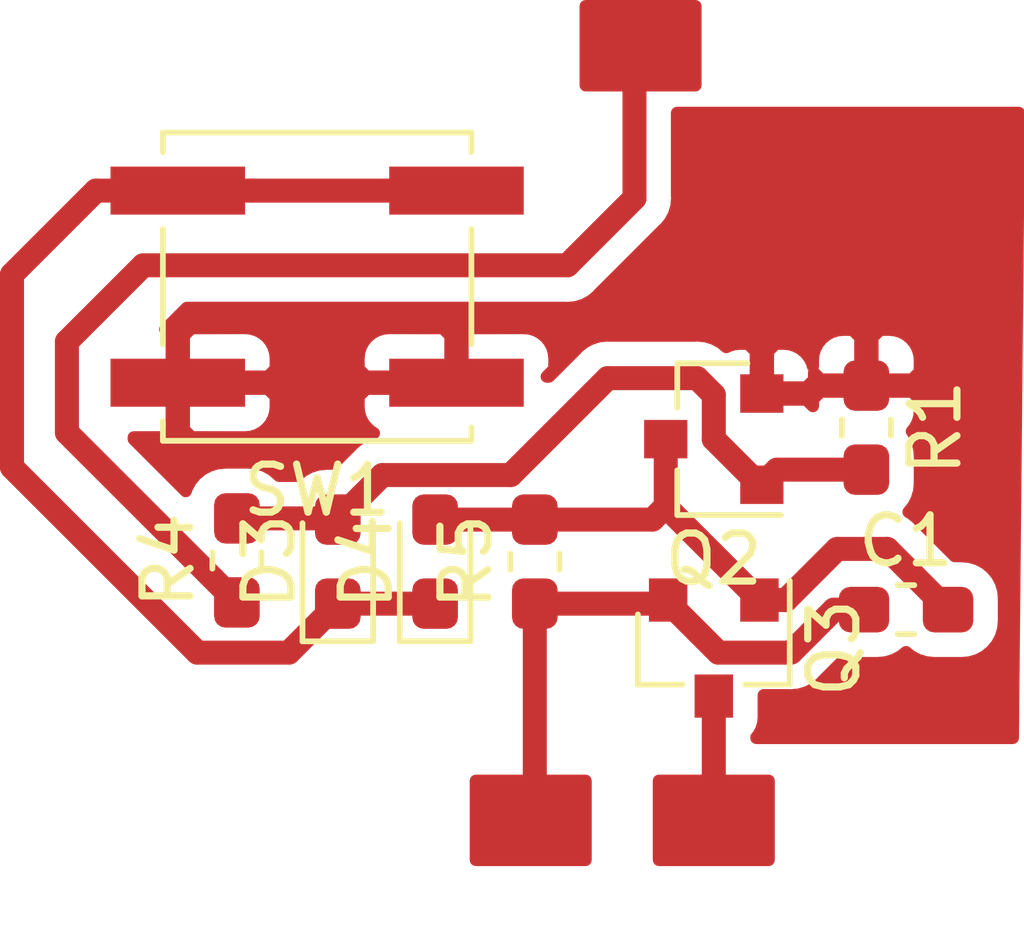
<source format=kicad_pcb>
(kicad_pcb (version 20171130) (host pcbnew "(5.1.2)-1")

  (general
    (thickness 1.6)
    (drawings 0)
    (tracks 53)
    (zones 0)
    (modules 9)
    (nets 8)
  )

  (page A4)
  (layers
    (0 F.Cu signal)
    (31 B.Cu signal)
    (32 B.Adhes user)
    (33 F.Adhes user)
    (34 B.Paste user)
    (35 F.Paste user)
    (36 B.SilkS user)
    (37 F.SilkS user)
    (38 B.Mask user)
    (39 F.Mask user)
    (40 Dwgs.User user)
    (41 Cmts.User user)
    (42 Eco1.User user)
    (43 Eco2.User user)
    (44 Edge.Cuts user)
    (45 Margin user)
    (46 B.CrtYd user)
    (47 F.CrtYd user)
    (48 B.Fab user)
    (49 F.Fab user)
  )

  (setup
    (last_trace_width 0.5)
    (user_trace_width 0.1524)
    (user_trace_width 0.2)
    (user_trace_width 0.5)
    (trace_clearance 0.1524)
    (zone_clearance 0.508)
    (zone_45_only no)
    (trace_min 0.1524)
    (via_size 0.8)
    (via_drill 0.4)
    (via_min_size 0.4)
    (via_min_drill 0.3)
    (uvia_size 0.3)
    (uvia_drill 0.1)
    (uvias_allowed no)
    (uvia_min_size 0.2)
    (uvia_min_drill 0.1)
    (edge_width 0.05)
    (segment_width 0.2)
    (pcb_text_width 0.3)
    (pcb_text_size 1.5 1.5)
    (mod_edge_width 0.12)
    (mod_text_size 1 1)
    (mod_text_width 0.15)
    (pad_size 1.524 1.524)
    (pad_drill 0.762)
    (pad_to_mask_clearance 0.051)
    (solder_mask_min_width 0.25)
    (aux_axis_origin 0 0)
    (visible_elements 7FFFFFFF)
    (pcbplotparams
      (layerselection 0x010fc_ffffffff)
      (usegerberextensions false)
      (usegerberattributes false)
      (usegerberadvancedattributes false)
      (creategerberjobfile false)
      (excludeedgelayer true)
      (linewidth 0.100000)
      (plotframeref false)
      (viasonmask false)
      (mode 1)
      (useauxorigin false)
      (hpglpennumber 1)
      (hpglpenspeed 20)
      (hpglpendiameter 15.000000)
      (psnegative false)
      (psa4output false)
      (plotreference true)
      (plotvalue true)
      (plotinvisibletext false)
      (padsonsilk false)
      (subtractmaskfromsilk false)
      (outputformat 1)
      (mirror false)
      (drillshape 1)
      (scaleselection 1)
      (outputdirectory ""))
  )

  (net 0 "")
  (net 1 GND)
  (net 2 VIN)
  (net 3 "Net-(C1-Pad2)")
  (net 4 "Net-(D3-Pad2)")
  (net 5 PWR_EN)
  (net 6 "Net-(D3-Pad1)")
  (net 7 BTN)

  (net_class Default "This is the default net class."
    (clearance 0.1524)
    (trace_width 0.1524)
    (via_dia 0.8)
    (via_drill 0.4)
    (uvia_dia 0.3)
    (uvia_drill 0.1)
    (add_net BTN)
    (add_net GND)
    (add_net "Net-(C1-Pad2)")
    (add_net "Net-(D3-Pad1)")
    (add_net "Net-(D3-Pad2)")
    (add_net "Net-(D5-Pad2)")
    (add_net PWR_EN)
    (add_net VIN)
  )

  (module Package_TO_SOT_SMD:SOT-23 (layer F.Cu) (tedit 5A02FF57) (tstamp 5D564A7F)
    (at 127 125 270)
    (descr "SOT-23, Standard")
    (tags SOT-23)
    (path /5D61FEAB)
    (attr smd)
    (fp_text reference Q3 (at 0 -2.5 90) (layer F.SilkS)
      (effects (font (size 1 1) (thickness 0.15)))
    )
    (fp_text value DMG2305UX-13 (at 0 2.5 90) (layer F.Fab)
      (effects (font (size 1 1) (thickness 0.15)))
    )
    (fp_line (start 0.76 1.58) (end -0.7 1.58) (layer F.SilkS) (width 0.12))
    (fp_line (start 0.76 -1.58) (end -1.4 -1.58) (layer F.SilkS) (width 0.12))
    (fp_line (start -1.7 1.75) (end -1.7 -1.75) (layer F.CrtYd) (width 0.05))
    (fp_line (start 1.7 1.75) (end -1.7 1.75) (layer F.CrtYd) (width 0.05))
    (fp_line (start 1.7 -1.75) (end 1.7 1.75) (layer F.CrtYd) (width 0.05))
    (fp_line (start -1.7 -1.75) (end 1.7 -1.75) (layer F.CrtYd) (width 0.05))
    (fp_line (start 0.76 -1.58) (end 0.76 -0.65) (layer F.SilkS) (width 0.12))
    (fp_line (start 0.76 1.58) (end 0.76 0.65) (layer F.SilkS) (width 0.12))
    (fp_line (start -0.7 1.52) (end 0.7 1.52) (layer F.Fab) (width 0.1))
    (fp_line (start 0.7 -1.52) (end 0.7 1.52) (layer F.Fab) (width 0.1))
    (fp_line (start -0.7 -0.95) (end -0.15 -1.52) (layer F.Fab) (width 0.1))
    (fp_line (start -0.15 -1.52) (end 0.7 -1.52) (layer F.Fab) (width 0.1))
    (fp_line (start -0.7 -0.95) (end -0.7 1.5) (layer F.Fab) (width 0.1))
    (fp_text user %R (at 0 0) (layer F.Fab)
      (effects (font (size 0.5 0.5) (thickness 0.075)))
    )
    (pad 3 smd rect (at 1 0 270) (size 0.9 0.8) (layers F.Cu F.Paste F.Mask)
      (net 5 PWR_EN))
    (pad 2 smd rect (at -1 0.95 270) (size 0.9 0.8) (layers F.Cu F.Paste F.Mask)
      (net 2 VIN))
    (pad 1 smd rect (at -1 -0.95 270) (size 0.9 0.8) (layers F.Cu F.Paste F.Mask)
      (net 3 "Net-(C1-Pad2)"))
    (model ${KISYS3DMOD}/Package_TO_SOT_SMD.3dshapes/SOT-23.wrl
      (at (xyz 0 0 0))
      (scale (xyz 1 1 1))
      (rotate (xyz 0 0 0))
    )
  )

  (module Package_TO_SOT_SMD:SOT-23 (layer F.Cu) (tedit 5A02FF57) (tstamp 5D5643C6)
    (at 127 120.65 180)
    (descr "SOT-23, Standard")
    (tags SOT-23)
    (path /5D622AAF)
    (attr smd)
    (fp_text reference Q2 (at 0 -2.5) (layer F.SilkS)
      (effects (font (size 1 1) (thickness 0.15)))
    )
    (fp_text value DMG2302U (at 0 2.5) (layer F.Fab)
      (effects (font (size 1 1) (thickness 0.15)))
    )
    (fp_line (start 0.76 1.58) (end -0.7 1.58) (layer F.SilkS) (width 0.12))
    (fp_line (start 0.76 -1.58) (end -1.4 -1.58) (layer F.SilkS) (width 0.12))
    (fp_line (start -1.7 1.75) (end -1.7 -1.75) (layer F.CrtYd) (width 0.05))
    (fp_line (start 1.7 1.75) (end -1.7 1.75) (layer F.CrtYd) (width 0.05))
    (fp_line (start 1.7 -1.75) (end 1.7 1.75) (layer F.CrtYd) (width 0.05))
    (fp_line (start -1.7 -1.75) (end 1.7 -1.75) (layer F.CrtYd) (width 0.05))
    (fp_line (start 0.76 -1.58) (end 0.76 -0.65) (layer F.SilkS) (width 0.12))
    (fp_line (start 0.76 1.58) (end 0.76 0.65) (layer F.SilkS) (width 0.12))
    (fp_line (start -0.7 1.52) (end 0.7 1.52) (layer F.Fab) (width 0.1))
    (fp_line (start 0.7 -1.52) (end 0.7 1.52) (layer F.Fab) (width 0.1))
    (fp_line (start -0.7 -0.95) (end -0.15 -1.52) (layer F.Fab) (width 0.1))
    (fp_line (start -0.15 -1.52) (end 0.7 -1.52) (layer F.Fab) (width 0.1))
    (fp_line (start -0.7 -0.95) (end -0.7 1.5) (layer F.Fab) (width 0.1))
    (fp_text user %R (at 0 0 270) (layer F.Fab)
      (effects (font (size 0.5 0.5) (thickness 0.075)))
    )
    (pad 3 smd rect (at 1 0 180) (size 0.9 0.8) (layers F.Cu F.Paste F.Mask)
      (net 3 "Net-(C1-Pad2)"))
    (pad 2 smd rect (at -1 0.95 180) (size 0.9 0.8) (layers F.Cu F.Paste F.Mask)
      (net 1 GND))
    (pad 1 smd rect (at -1 -0.95 180) (size 0.9 0.8) (layers F.Cu F.Paste F.Mask)
      (net 4 "Net-(D3-Pad2)"))
    (model ${KISYS3DMOD}/Package_TO_SOT_SMD.3dshapes/SOT-23.wrl
      (at (xyz 0 0 0))
      (scale (xyz 1 1 1))
      (rotate (xyz 0 0 0))
    )
  )

  (module Resistor_SMD:R_0603_1608Metric_Pad1.05x0.95mm_HandSolder (layer F.Cu) (tedit 5B301BBD) (tstamp 5D554483)
    (at 123.275 123.2 90)
    (descr "Resistor SMD 0603 (1608 Metric), square (rectangular) end terminal, IPC_7351 nominal with elongated pad for handsoldering. (Body size source: http://www.tortai-tech.com/upload/download/2011102023233369053.pdf), generated with kicad-footprint-generator")
    (tags "resistor handsolder")
    (path /5D6D27A4)
    (attr smd)
    (fp_text reference R5 (at 0 -1.43 90) (layer F.SilkS)
      (effects (font (size 1 1) (thickness 0.15)))
    )
    (fp_text value 100K (at 0 1.43 90) (layer F.Fab)
      (effects (font (size 1 1) (thickness 0.15)))
    )
    (fp_text user %R (at -0.055 0.105 90) (layer F.Fab)
      (effects (font (size 0.4 0.4) (thickness 0.06)))
    )
    (fp_line (start 1.65 0.73) (end -1.65 0.73) (layer F.CrtYd) (width 0.05))
    (fp_line (start 1.65 -0.73) (end 1.65 0.73) (layer F.CrtYd) (width 0.05))
    (fp_line (start -1.65 -0.73) (end 1.65 -0.73) (layer F.CrtYd) (width 0.05))
    (fp_line (start -1.65 0.73) (end -1.65 -0.73) (layer F.CrtYd) (width 0.05))
    (fp_line (start -0.171267 0.51) (end 0.171267 0.51) (layer F.SilkS) (width 0.12))
    (fp_line (start -0.171267 -0.51) (end 0.171267 -0.51) (layer F.SilkS) (width 0.12))
    (fp_line (start 0.8 0.4) (end -0.8 0.4) (layer F.Fab) (width 0.1))
    (fp_line (start 0.8 -0.4) (end 0.8 0.4) (layer F.Fab) (width 0.1))
    (fp_line (start -0.8 -0.4) (end 0.8 -0.4) (layer F.Fab) (width 0.1))
    (fp_line (start -0.8 0.4) (end -0.8 -0.4) (layer F.Fab) (width 0.1))
    (pad 2 smd roundrect (at 0.875 0 90) (size 1.05 0.95) (layers F.Cu F.Paste F.Mask) (roundrect_rratio 0.25)
      (net 3 "Net-(C1-Pad2)"))
    (pad 1 smd roundrect (at -0.875 0 90) (size 1.05 0.95) (layers F.Cu F.Paste F.Mask) (roundrect_rratio 0.25)
      (net 2 VIN))
    (model ${KISYS3DMOD}/Resistor_SMD.3dshapes/R_0603_1608Metric.wrl
      (at (xyz 0 0 0))
      (scale (xyz 1 1 1))
      (rotate (xyz 0 0 0))
    )
  )

  (module Resistor_SMD:R_0603_1608Metric_Pad1.05x0.95mm_HandSolder (layer F.Cu) (tedit 5B301BBD) (tstamp 5D59FB5A)
    (at 117.075 123.175 90)
    (descr "Resistor SMD 0603 (1608 Metric), square (rectangular) end terminal, IPC_7351 nominal with elongated pad for handsoldering. (Body size source: http://www.tortai-tech.com/upload/download/2011102023233369053.pdf), generated with kicad-footprint-generator")
    (tags "resistor handsolder")
    (path /5D62D5EC)
    (attr smd)
    (fp_text reference R4 (at 0 -1.43 90) (layer F.SilkS)
      (effects (font (size 1 1) (thickness 0.15)))
    )
    (fp_text value 330R (at 0 1.43 90) (layer F.Fab)
      (effects (font (size 1 1) (thickness 0.15)))
    )
    (fp_text user %R (at 0 0 180) (layer F.Fab)
      (effects (font (size 0.4 0.4) (thickness 0.06)))
    )
    (fp_line (start 1.65 0.73) (end -1.65 0.73) (layer F.CrtYd) (width 0.05))
    (fp_line (start 1.65 -0.73) (end 1.65 0.73) (layer F.CrtYd) (width 0.05))
    (fp_line (start -1.65 -0.73) (end 1.65 -0.73) (layer F.CrtYd) (width 0.05))
    (fp_line (start -1.65 0.73) (end -1.65 -0.73) (layer F.CrtYd) (width 0.05))
    (fp_line (start -0.171267 0.51) (end 0.171267 0.51) (layer F.SilkS) (width 0.12))
    (fp_line (start -0.171267 -0.51) (end 0.171267 -0.51) (layer F.SilkS) (width 0.12))
    (fp_line (start 0.8 0.4) (end -0.8 0.4) (layer F.Fab) (width 0.1))
    (fp_line (start 0.8 -0.4) (end 0.8 0.4) (layer F.Fab) (width 0.1))
    (fp_line (start -0.8 -0.4) (end 0.8 -0.4) (layer F.Fab) (width 0.1))
    (fp_line (start -0.8 0.4) (end -0.8 -0.4) (layer F.Fab) (width 0.1))
    (pad 2 smd roundrect (at 0.875 0 90) (size 1.05 0.95) (layers F.Cu F.Paste F.Mask) (roundrect_rratio 0.25)
      (net 4 "Net-(D3-Pad2)"))
    (pad 1 smd roundrect (at -0.875 0 90) (size 1.05 0.95) (layers F.Cu F.Paste F.Mask) (roundrect_rratio 0.25)
      (net 7 BTN))
    (model ${KISYS3DMOD}/Resistor_SMD.3dshapes/R_0603_1608Metric.wrl
      (at (xyz 0 0 0))
      (scale (xyz 1 1 1))
      (rotate (xyz 0 0 0))
    )
  )

  (module Diode_SMD:D_0603_1608Metric_Pad1.05x0.95mm_HandSolder (layer F.Cu) (tedit 5B4B45C8) (tstamp 5D5542EE)
    (at 121.2 123.2 90)
    (descr "Diode SMD 0603 (1608 Metric), square (rectangular) end terminal, IPC_7351 nominal, (Body size source: http://www.tortai-tech.com/upload/download/2011102023233369053.pdf), generated with kicad-footprint-generator")
    (tags "diode handsolder")
    (path /5D7272D3)
    (attr smd)
    (fp_text reference D4 (at 0 -1.43 90) (layer F.SilkS)
      (effects (font (size 1 1) (thickness 0.15)))
    )
    (fp_text value D (at 0 1.43 90) (layer F.Fab)
      (effects (font (size 1 1) (thickness 0.15)))
    )
    (fp_text user %R (at 0 0 90) (layer F.Fab)
      (effects (font (size 0.4 0.4) (thickness 0.06)))
    )
    (fp_line (start 1.65 0.73) (end -1.65 0.73) (layer F.CrtYd) (width 0.05))
    (fp_line (start 1.65 -0.73) (end 1.65 0.73) (layer F.CrtYd) (width 0.05))
    (fp_line (start -1.65 -0.73) (end 1.65 -0.73) (layer F.CrtYd) (width 0.05))
    (fp_line (start -1.65 0.73) (end -1.65 -0.73) (layer F.CrtYd) (width 0.05))
    (fp_line (start -1.66 0.735) (end 0.8 0.735) (layer F.SilkS) (width 0.12))
    (fp_line (start -1.66 -0.735) (end -1.66 0.735) (layer F.SilkS) (width 0.12))
    (fp_line (start 0.8 -0.735) (end -1.66 -0.735) (layer F.SilkS) (width 0.12))
    (fp_line (start 0.8 0.4) (end 0.8 -0.4) (layer F.Fab) (width 0.1))
    (fp_line (start -0.8 0.4) (end 0.8 0.4) (layer F.Fab) (width 0.1))
    (fp_line (start -0.8 -0.1) (end -0.8 0.4) (layer F.Fab) (width 0.1))
    (fp_line (start -0.5 -0.4) (end -0.8 -0.1) (layer F.Fab) (width 0.1))
    (fp_line (start 0.8 -0.4) (end -0.5 -0.4) (layer F.Fab) (width 0.1))
    (pad 2 smd roundrect (at 0.875 0 90) (size 1.05 0.95) (layers F.Cu F.Paste F.Mask) (roundrect_rratio 0.25)
      (net 3 "Net-(C1-Pad2)"))
    (pad 1 smd roundrect (at -0.875 0 90) (size 1.05 0.95) (layers F.Cu F.Paste F.Mask) (roundrect_rratio 0.25)
      (net 6 "Net-(D3-Pad1)"))
    (model ${KISYS3DMOD}/Diode_SMD.3dshapes/D_0603_1608Metric.wrl
      (at (xyz 0 0 0))
      (scale (xyz 1 1 1))
      (rotate (xyz 0 0 0))
    )
  )

  (module Diode_SMD:D_0603_1608Metric_Pad1.05x0.95mm_HandSolder (layer F.Cu) (tedit 5B4B45C8) (tstamp 5D5542DB)
    (at 119.175 123.2 90)
    (descr "Diode SMD 0603 (1608 Metric), square (rectangular) end terminal, IPC_7351 nominal, (Body size source: http://www.tortai-tech.com/upload/download/2011102023233369053.pdf), generated with kicad-footprint-generator")
    (tags "diode handsolder")
    (path /5D633492)
    (attr smd)
    (fp_text reference D3 (at 0 -1.43 90) (layer F.SilkS)
      (effects (font (size 1 1) (thickness 0.15)))
    )
    (fp_text value D (at 0 1.43 90) (layer F.Fab)
      (effects (font (size 1 1) (thickness 0.15)))
    )
    (fp_text user %R (at 0 0 90) (layer F.Fab)
      (effects (font (size 0.4 0.4) (thickness 0.06)))
    )
    (fp_line (start 1.65 0.73) (end -1.65 0.73) (layer F.CrtYd) (width 0.05))
    (fp_line (start 1.65 -0.73) (end 1.65 0.73) (layer F.CrtYd) (width 0.05))
    (fp_line (start -1.65 -0.73) (end 1.65 -0.73) (layer F.CrtYd) (width 0.05))
    (fp_line (start -1.65 0.73) (end -1.65 -0.73) (layer F.CrtYd) (width 0.05))
    (fp_line (start -1.66 0.735) (end 0.8 0.735) (layer F.SilkS) (width 0.12))
    (fp_line (start -1.66 -0.735) (end -1.66 0.735) (layer F.SilkS) (width 0.12))
    (fp_line (start 0.8 -0.735) (end -1.66 -0.735) (layer F.SilkS) (width 0.12))
    (fp_line (start 0.8 0.4) (end 0.8 -0.4) (layer F.Fab) (width 0.1))
    (fp_line (start -0.8 0.4) (end 0.8 0.4) (layer F.Fab) (width 0.1))
    (fp_line (start -0.8 -0.1) (end -0.8 0.4) (layer F.Fab) (width 0.1))
    (fp_line (start -0.5 -0.4) (end -0.8 -0.1) (layer F.Fab) (width 0.1))
    (fp_line (start 0.8 -0.4) (end -0.5 -0.4) (layer F.Fab) (width 0.1))
    (pad 2 smd roundrect (at 0.875 0 90) (size 1.05 0.95) (layers F.Cu F.Paste F.Mask) (roundrect_rratio 0.25)
      (net 4 "Net-(D3-Pad2)"))
    (pad 1 smd roundrect (at -0.875 0 90) (size 1.05 0.95) (layers F.Cu F.Paste F.Mask) (roundrect_rratio 0.25)
      (net 6 "Net-(D3-Pad1)"))
    (model ${KISYS3DMOD}/Diode_SMD.3dshapes/D_0603_1608Metric.wrl
      (at (xyz 0 0 0))
      (scale (xyz 1 1 1))
      (rotate (xyz 0 0 0))
    )
  )

  (module Button_Switch_SMD:SW_Push_1P1T_NO_CK_KSC7xxJ (layer F.Cu) (tedit 5C63FE2A) (tstamp 5D59EE97)
    (at 118.745 117.475)
    (descr "CK components KSC7 tactile switch https://www.ckswitches.com/media/1973/ksc7.pdf")
    (tags "tactile switch ksc7")
    (path /5CEE828E)
    (attr smd)
    (fp_text reference SW1 (at 0 4.24) (layer F.SilkS)
      (effects (font (size 1 1) (thickness 0.15)))
    )
    (fp_text value SW_Push (at 0 -4.23) (layer F.Fab)
      (effects (font (size 1 1) (thickness 0.15)))
    )
    (fp_line (start -3.1 -3.1) (end 3.1 -3.1) (layer F.Fab) (width 0.1))
    (fp_line (start 3.1 -3.1) (end 3.1 3.1) (layer F.Fab) (width 0.1))
    (fp_line (start 3.1 3.1) (end -3.1 3.1) (layer F.Fab) (width 0.1))
    (fp_line (start -3.1 3.1) (end -3.1 -3.1) (layer F.Fab) (width 0.1))
    (fp_text user %R (at 0 0) (layer F.Fab)
      (effects (font (size 1 1) (thickness 0.15)))
    )
    (fp_line (start -4.55 -3.35) (end 4.55 -3.35) (layer F.CrtYd) (width 0.05))
    (fp_line (start 4.55 -3.35) (end 4.55 3.35) (layer F.CrtYd) (width 0.05))
    (fp_line (start 4.55 3.35) (end -4.55 3.35) (layer F.CrtYd) (width 0.05))
    (fp_line (start -4.55 3.35) (end -4.55 -3.35) (layer F.CrtYd) (width 0.05))
    (fp_circle (center 0 0) (end 1.5 0) (layer F.Fab) (width 0.1))
    (fp_line (start -3.21 2.8) (end -3.21 3.21) (layer F.SilkS) (width 0.12))
    (fp_line (start -3.21 3.21) (end 3.21 3.21) (layer F.SilkS) (width 0.12))
    (fp_line (start 3.21 3.21) (end 3.21 2.93) (layer F.SilkS) (width 0.12))
    (fp_line (start 3.21 1.2) (end 3.21 -1.2) (layer F.SilkS) (width 0.12))
    (fp_line (start 3.21 -2.8) (end 3.21 -3.21) (layer F.SilkS) (width 0.12))
    (fp_line (start 3.21 -3.21) (end -3.21 -3.21) (layer F.SilkS) (width 0.12))
    (fp_line (start -3.21 -3.21) (end -3.21 -2.8) (layer F.SilkS) (width 0.12))
    (fp_line (start -3.21 -1.2) (end -3.21 1.2) (layer F.SilkS) (width 0.12))
    (pad 1 smd rect (at -2.9 -2) (size 2.8 1) (layers F.Cu F.Paste F.Mask)
      (net 6 "Net-(D3-Pad1)"))
    (pad 1 smd rect (at 2.9 -2) (size 2.8 1) (layers F.Cu F.Paste F.Mask)
      (net 6 "Net-(D3-Pad1)"))
    (pad 2 smd rect (at -2.9 2) (size 2.8 1) (layers F.Cu F.Paste F.Mask)
      (net 1 GND))
    (pad 2 smd rect (at 2.9 2) (size 2.8 1) (layers F.Cu F.Paste F.Mask)
      (net 1 GND))
    (model ${KISYS3DMOD}/Button_Switch_SMD.3dshapes/SW_push_1P1T_NO_CK_KSC7xxJxxx.wrl
      (at (xyz 0 0 0))
      (scale (xyz 1 1 1))
      (rotate (xyz 0 0 0))
    )
    (model ${KISYS3DMOD}/Button_Switch_SMD.3dshapes/SW_SPST_PTS645.step
      (at (xyz 0 0 0))
      (scale (xyz 1 1 1))
      (rotate (xyz 0 0 0))
    )
  )

  (module Resistor_SMD:R_0603_1608Metric_Pad1.05x0.95mm_HandSolder (layer F.Cu) (tedit 5B301BBD) (tstamp 5CE5017A)
    (at 130.175 120.41 270)
    (descr "Resistor SMD 0603 (1608 Metric), square (rectangular) end terminal, IPC_7351 nominal with elongated pad for handsoldering. (Body size source: http://www.tortai-tech.com/upload/download/2011102023233369053.pdf), generated with kicad-footprint-generator")
    (tags "resistor handsolder")
    (path /5CEF8EE9)
    (attr smd)
    (fp_text reference R1 (at 0 -1.43 90) (layer F.SilkS)
      (effects (font (size 1 1) (thickness 0.15)))
    )
    (fp_text value 1M (at 0 1.43 90) (layer F.Fab)
      (effects (font (size 1 1) (thickness 0.15)))
    )
    (fp_line (start -0.8 0.4) (end -0.8 -0.4) (layer F.Fab) (width 0.1))
    (fp_line (start -0.8 -0.4) (end 0.8 -0.4) (layer F.Fab) (width 0.1))
    (fp_line (start 0.8 -0.4) (end 0.8 0.4) (layer F.Fab) (width 0.1))
    (fp_line (start 0.8 0.4) (end -0.8 0.4) (layer F.Fab) (width 0.1))
    (fp_line (start -0.171267 -0.51) (end 0.171267 -0.51) (layer F.SilkS) (width 0.12))
    (fp_line (start -0.171267 0.51) (end 0.171267 0.51) (layer F.SilkS) (width 0.12))
    (fp_line (start -1.65 0.73) (end -1.65 -0.73) (layer F.CrtYd) (width 0.05))
    (fp_line (start -1.65 -0.73) (end 1.65 -0.73) (layer F.CrtYd) (width 0.05))
    (fp_line (start 1.65 -0.73) (end 1.65 0.73) (layer F.CrtYd) (width 0.05))
    (fp_line (start 1.65 0.73) (end -1.65 0.73) (layer F.CrtYd) (width 0.05))
    (fp_text user %R (at 0 -0.2 270) (layer F.Fab)
      (effects (font (size 0.4 0.4) (thickness 0.06)))
    )
    (pad 1 smd roundrect (at -0.875 0 270) (size 1.05 0.95) (layers F.Cu F.Paste F.Mask) (roundrect_rratio 0.25)
      (net 1 GND))
    (pad 2 smd roundrect (at 0.875 0 270) (size 1.05 0.95) (layers F.Cu F.Paste F.Mask) (roundrect_rratio 0.25)
      (net 4 "Net-(D3-Pad2)"))
    (model ${KISYS3DMOD}/Resistor_SMD.3dshapes/R_0603_1608Metric.wrl
      (at (xyz 0 0 0))
      (scale (xyz 1 1 1))
      (rotate (xyz 0 0 0))
    )
  )

  (module Capacitor_SMD:C_0603_1608Metric_Pad1.05x0.95mm_HandSolder (layer F.Cu) (tedit 5B301BBE) (tstamp 5CE4BC4C)
    (at 131 124.2)
    (descr "Capacitor SMD 0603 (1608 Metric), square (rectangular) end terminal, IPC_7351 nominal with elongated pad for handsoldering. (Body size source: http://www.tortai-tech.com/upload/download/2011102023233369053.pdf), generated with kicad-footprint-generator")
    (tags "capacitor handsolder")
    (path /5CEF0C6A)
    (attr smd)
    (fp_text reference C1 (at 0 -1.43) (layer F.SilkS)
      (effects (font (size 1 1) (thickness 0.15)))
    )
    (fp_text value 0.01u (at 0 1.43) (layer F.Fab)
      (effects (font (size 1 1) (thickness 0.15)))
    )
    (fp_line (start -0.8 0.4) (end -0.8 -0.4) (layer F.Fab) (width 0.1))
    (fp_line (start -0.8 -0.4) (end 0.8 -0.4) (layer F.Fab) (width 0.1))
    (fp_line (start 0.8 -0.4) (end 0.8 0.4) (layer F.Fab) (width 0.1))
    (fp_line (start 0.8 0.4) (end -0.8 0.4) (layer F.Fab) (width 0.1))
    (fp_line (start -0.171267 -0.51) (end 0.171267 -0.51) (layer F.SilkS) (width 0.12))
    (fp_line (start -0.171267 0.51) (end 0.171267 0.51) (layer F.SilkS) (width 0.12))
    (fp_line (start -1.65 0.73) (end -1.65 -0.73) (layer F.CrtYd) (width 0.05))
    (fp_line (start -1.65 -0.73) (end 1.65 -0.73) (layer F.CrtYd) (width 0.05))
    (fp_line (start 1.65 -0.73) (end 1.65 0.73) (layer F.CrtYd) (width 0.05))
    (fp_line (start 1.65 0.73) (end -1.65 0.73) (layer F.CrtYd) (width 0.05))
    (fp_text user %R (at 0 0) (layer F.Fab)
      (effects (font (size 0.4 0.4) (thickness 0.06)))
    )
    (pad 1 smd roundrect (at -0.875 0) (size 1.05 0.95) (layers F.Cu F.Paste F.Mask) (roundrect_rratio 0.25)
      (net 2 VIN))
    (pad 2 smd roundrect (at 0.875 0) (size 1.05 0.95) (layers F.Cu F.Paste F.Mask) (roundrect_rratio 0.25)
      (net 3 "Net-(C1-Pad2)"))
    (model ${KISYS3DMOD}/Capacitor_SMD.3dshapes/C_0603_1608Metric.wrl
      (at (xyz 0 0 0))
      (scale (xyz 1 1 1))
      (rotate (xyz 0 0 0))
    )
  )

  (segment (start 129.5 124.2) (end 130.125 124.2) (width 0.5) (layer F.Cu) (net 2) (status 20))
  (segment (start 129.021399 124.678601) (end 129.5 124.2) (width 0.5) (layer F.Cu) (net 2))
  (segment (start 126.05 124.05) (end 126.678601 124.678601) (width 0.5) (layer F.Cu) (net 2) (status 10))
  (segment (start 126.05 124) (end 126.05 124.05) (width 0.5) (layer F.Cu) (net 2) (status 30))
  (segment (start 125.975 124.075) (end 126.05 124) (width 0.5) (layer F.Cu) (net 2) (status 30))
  (segment (start 123.275 124.075) (end 125.975 124.075) (width 0.5) (layer F.Cu) (net 2) (status 30))
  (segment (start 123.275 124.075) (end 123.275 128.185) (width 0.5) (layer F.Cu) (net 2))
  (segment (start 123.275 128.185) (end 123.19 128.27) (width 0.5) (layer F.Cu) (net 2))
  (segment (start 128.605 125.095) (end 129.021399 124.678601) (width 0.5) (layer F.Cu) (net 2))
  (segment (start 126.678601 124.678601) (end 127.095 125.095) (width 0.5) (layer F.Cu) (net 2))
  (segment (start 127.095 125.095) (end 128.605 125.095) (width 0.5) (layer F.Cu) (net 2))
  (segment (start 121.2 122.325) (end 123.275 122.325) (width 0.5) (layer F.Cu) (net 3) (status 30))
  (segment (start 126 122.05) (end 126 120.65) (width 0.5) (layer F.Cu) (net 3))
  (segment (start 127.95 124) (end 126 122.05) (width 0.5) (layer F.Cu) (net 3))
  (segment (start 125.725 122.325) (end 126 122.05) (width 0.5) (layer F.Cu) (net 3))
  (segment (start 123.275 122.325) (end 125.725 122.325) (width 0.5) (layer F.Cu) (net 3))
  (segment (start 131.17139 123.49639) (end 131.875 124.2) (width 0.5) (layer F.Cu) (net 3))
  (segment (start 130.611 122.936) (end 131.17139 123.49639) (width 0.5) (layer F.Cu) (net 3))
  (segment (start 129.5664 122.936) (end 130.611 122.936) (width 0.5) (layer F.Cu) (net 3))
  (segment (start 127.95 124) (end 128.5024 124) (width 0.5) (layer F.Cu) (net 3))
  (segment (start 128.5024 124) (end 129.5664 122.936) (width 0.5) (layer F.Cu) (net 3))
  (segment (start 128.315 121.285) (end 128 121.6) (width 0.5) (layer F.Cu) (net 4))
  (segment (start 130.175 121.285) (end 128.315 121.285) (width 0.5) (layer F.Cu) (net 4))
  (segment (start 119.674072 121.825928) (end 119.175 122.325) (width 0.5) (layer F.Cu) (net 4))
  (segment (start 120.10241 121.39759) (end 119.674072 121.825928) (width 0.5) (layer F.Cu) (net 4))
  (segment (start 122.77244 121.39759) (end 120.10241 121.39759) (width 0.5) (layer F.Cu) (net 4))
  (segment (start 127.95 121.6) (end 127 120.65) (width 0.5) (layer F.Cu) (net 4))
  (segment (start 128 121.6) (end 127.95 121.6) (width 0.5) (layer F.Cu) (net 4))
  (segment (start 127 120.65) (end 127 119.727839) (width 0.5) (layer F.Cu) (net 4))
  (segment (start 126.652161 119.38) (end 124.79003 119.38) (width 0.5) (layer F.Cu) (net 4))
  (segment (start 127 119.727839) (end 126.652161 119.38) (width 0.5) (layer F.Cu) (net 4))
  (segment (start 124.79003 119.38) (end 122.77244 121.39759) (width 0.5) (layer F.Cu) (net 4))
  (segment (start 117.075 122.3) (end 119.15 122.3) (width 0.5) (layer F.Cu) (net 4) (status 30))
  (segment (start 119.15 122.3) (end 119.175 122.325) (width 0.5) (layer F.Cu) (net 4) (status 30))
  (segment (start 127 126) (end 127 126.05) (width 0.5) (layer F.Cu) (net 5) (status 30))
  (segment (start 127 126) (end 127 127.635) (width 0.5) (layer F.Cu) (net 5))
  (segment (start 127 127.635) (end 127 128.27) (width 0.5) (layer F.Cu) (net 5))
  (segment (start 119.175 124.075) (end 121.2 124.075) (width 0.5) (layer F.Cu) (net 6) (status 30))
  (segment (start 117.3974 115.475) (end 121.645 115.475) (width 0.5) (layer F.Cu) (net 6))
  (segment (start 115.845 115.475) (end 117.3974 115.475) (width 0.5) (layer F.Cu) (net 6))
  (segment (start 118.155 125.095) (end 119.175 124.075) (width 0.5) (layer F.Cu) (net 6))
  (segment (start 116.252909 125.095) (end 118.155 125.095) (width 0.5) (layer F.Cu) (net 6))
  (segment (start 112.395 121.237091) (end 116.252909 125.095) (width 0.5) (layer F.Cu) (net 6))
  (segment (start 112.395 117.221) (end 112.395 121.237091) (width 0.5) (layer F.Cu) (net 6))
  (segment (start 115.845 115.475) (end 114.141 115.475) (width 0.5) (layer F.Cu) (net 6))
  (segment (start 114.141 115.475) (end 112.395 117.221) (width 0.5) (layer F.Cu) (net 6))
  (segment (start 116.575928 123.550928) (end 117.075 124.05) (width 0.5) (layer F.Cu) (net 7))
  (segment (start 125.349 115.6335) (end 123.952 117.0305) (width 0.5) (layer F.Cu) (net 7))
  (segment (start 125.349 112.8395) (end 125.349 115.6335) (width 0.5) (layer F.Cu) (net 7))
  (segment (start 123.952 117.0305) (end 115.1255 117.0305) (width 0.5) (layer F.Cu) (net 7))
  (segment (start 115.1255 117.0305) (end 113.538 118.618) (width 0.5) (layer F.Cu) (net 7))
  (segment (start 113.538 118.618) (end 113.538 120.513) (width 0.5) (layer F.Cu) (net 7))
  (segment (start 113.538 120.513) (end 116.575928 123.550928) (width 0.5) (layer F.Cu) (net 7))

  (zone (net 5) (net_name PWR_EN) (layer F.Cu) (tstamp 0) (hatch edge 0.508)
    (connect_pads (clearance 0.508))
    (min_thickness 0.254)
    (fill yes (arc_segments 32) (thermal_gap 0.508) (thermal_bridge_width 0.508))
    (polygon
      (pts
        (xy 125.73 127.635) (xy 128.27 127.635) (xy 128.27 129.54) (xy 125.73 129.54)
      )
    )
    (filled_polygon
      (pts
        (xy 128.143 129.413) (xy 125.857 129.413) (xy 125.857 127.762) (xy 128.143 127.762)
      )
    )
  )
  (zone (net 1) (net_name GND) (layer F.Cu) (tstamp 0) (hatch edge 0.508)
    (connect_pads (clearance 0.508))
    (min_thickness 0.254)
    (fill yes (arc_segments 32) (thermal_gap 0.508) (thermal_bridge_width 0.508))
    (polygon
      (pts
        (xy 113.792 113.7285) (xy 133.477 113.7285) (xy 133.35 127) (xy 113.665 127)
      )
    )
    (filled_polygon
      (pts
        (xy 133.22421 126.873) (xy 127.885 126.873) (xy 127.885 126.859981) (xy 127.930537 126.804494) (xy 127.989502 126.69418)
        (xy 128.025812 126.574482) (xy 128.038072 126.45) (xy 128.038072 125.98) (xy 128.561531 125.98) (xy 128.605 125.984281)
        (xy 128.648469 125.98) (xy 128.648477 125.98) (xy 128.77849 125.967195) (xy 128.945313 125.916589) (xy 129.099059 125.834411)
        (xy 129.233817 125.723817) (xy 129.261534 125.690044) (xy 129.657973 125.293605) (xy 129.666684 125.296248) (xy 129.8375 125.313072)
        (xy 130.4125 125.313072) (xy 130.583316 125.296248) (xy 130.747567 125.246423) (xy 130.898942 125.165512) (xy 131 125.082575)
        (xy 131.101058 125.165512) (xy 131.252433 125.246423) (xy 131.416684 125.296248) (xy 131.5875 125.313072) (xy 132.1625 125.313072)
        (xy 132.333316 125.296248) (xy 132.497567 125.246423) (xy 132.648942 125.165512) (xy 132.781623 125.056623) (xy 132.890512 124.923942)
        (xy 132.971423 124.772567) (xy 133.021248 124.608316) (xy 133.038072 124.4375) (xy 133.038072 123.9625) (xy 133.021248 123.791684)
        (xy 132.971423 123.627433) (xy 132.890512 123.476058) (xy 132.781623 123.343377) (xy 132.648942 123.234488) (xy 132.497567 123.153577)
        (xy 132.333316 123.103752) (xy 132.1625 123.086928) (xy 132.013506 123.086928) (xy 131.267534 122.340956) (xy 131.239817 122.307183)
        (xy 131.105059 122.196589) (xy 131.051181 122.167791) (xy 131.140512 122.058942) (xy 131.221423 121.907567) (xy 131.271248 121.743316)
        (xy 131.288072 121.5725) (xy 131.288072 120.9975) (xy 131.271248 120.826684) (xy 131.221423 120.662433) (xy 131.140512 120.511058)
        (xy 131.120901 120.487161) (xy 131.180537 120.414494) (xy 131.239502 120.30418) (xy 131.275812 120.184482) (xy 131.288072 120.06)
        (xy 131.285 119.82075) (xy 131.12625 119.662) (xy 130.302 119.662) (xy 130.302 119.682) (xy 130.048 119.682)
        (xy 130.048 119.662) (xy 129.22375 119.662) (xy 129.065 119.82075) (xy 129.063162 119.963912) (xy 128.92625 119.827)
        (xy 128.127 119.827) (xy 128.127 119.847) (xy 127.885 119.847) (xy 127.885 119.771308) (xy 127.889281 119.727839)
        (xy 127.885 119.68437) (xy 127.885 119.684362) (xy 127.873 119.562522) (xy 127.873 118.82375) (xy 128.127 118.82375)
        (xy 128.127 119.573) (xy 128.92625 119.573) (xy 129.085 119.41425) (xy 129.088072 119.3) (xy 129.085048 119.269298)
        (xy 129.22375 119.408) (xy 130.048 119.408) (xy 130.048 118.53375) (xy 130.302 118.53375) (xy 130.302 119.408)
        (xy 131.12625 119.408) (xy 131.285 119.24925) (xy 131.288072 119.01) (xy 131.275812 118.885518) (xy 131.239502 118.76582)
        (xy 131.180537 118.655506) (xy 131.101185 118.558815) (xy 131.004494 118.479463) (xy 130.89418 118.420498) (xy 130.774482 118.384188)
        (xy 130.65 118.371928) (xy 130.46075 118.375) (xy 130.302 118.53375) (xy 130.048 118.53375) (xy 129.88925 118.375)
        (xy 129.7 118.371928) (xy 129.575518 118.384188) (xy 129.45582 118.420498) (xy 129.345506 118.479463) (xy 129.248815 118.558815)
        (xy 129.169463 118.655506) (xy 129.110498 118.76582) (xy 129.074188 118.885518) (xy 129.061928 119.01) (xy 129.063534 119.135041)
        (xy 129.039502 119.05582) (xy 128.980537 118.945506) (xy 128.901185 118.848815) (xy 128.804494 118.769463) (xy 128.69418 118.710498)
        (xy 128.574482 118.674188) (xy 128.45 118.661928) (xy 128.28575 118.665) (xy 128.127 118.82375) (xy 127.873 118.82375)
        (xy 127.71425 118.665) (xy 127.55 118.661928) (xy 127.425518 118.674188) (xy 127.30582 118.710498) (xy 127.260755 118.734586)
        (xy 127.14622 118.640589) (xy 126.992474 118.558411) (xy 126.825651 118.507805) (xy 126.695638 118.495) (xy 126.69563 118.495)
        (xy 126.652161 118.490719) (xy 126.608692 118.495) (xy 124.833495 118.495) (xy 124.790029 118.490719) (xy 124.746563 118.495)
        (xy 124.746553 118.495) (xy 124.61654 118.507805) (xy 124.449717 118.558411) (xy 124.295971 118.640589) (xy 124.295969 118.64059)
        (xy 124.29597 118.64059) (xy 124.194983 118.723468) (xy 124.194981 118.72347) (xy 124.161213 118.751183) (xy 124.1335 118.784951)
        (xy 123.570453 119.347998) (xy 123.521252 119.347998) (xy 123.68 119.18925) (xy 123.683072 118.975) (xy 123.670812 118.850518)
        (xy 123.634502 118.73082) (xy 123.575537 118.620506) (xy 123.496185 118.523815) (xy 123.399494 118.444463) (xy 123.28918 118.385498)
        (xy 123.169482 118.349188) (xy 123.045 118.336928) (xy 121.93075 118.34) (xy 121.772 118.49875) (xy 121.772 119.348)
        (xy 121.792 119.348) (xy 121.792 119.602) (xy 121.772 119.602) (xy 121.772 119.622) (xy 121.518 119.622)
        (xy 121.518 119.602) (xy 119.76875 119.602) (xy 119.61 119.76075) (xy 119.606928 119.975) (xy 119.619188 120.099482)
        (xy 119.655498 120.21918) (xy 119.714463 120.329494) (xy 119.793815 120.426185) (xy 119.890506 120.505537) (xy 119.928114 120.525639)
        (xy 119.762097 120.576001) (xy 119.608351 120.658179) (xy 119.473593 120.768773) (xy 119.445878 120.802544) (xy 119.086494 121.161928)
        (xy 118.9375 121.161928) (xy 118.766684 121.178752) (xy 118.602433 121.228577) (xy 118.451058 121.309488) (xy 118.322492 121.415)
        (xy 117.949369 121.415) (xy 117.931623 121.393377) (xy 117.798942 121.284488) (xy 117.647567 121.203577) (xy 117.483316 121.153752)
        (xy 117.3125 121.136928) (xy 116.8375 121.136928) (xy 116.666684 121.153752) (xy 116.502433 121.203577) (xy 116.351058 121.284488)
        (xy 116.218377 121.393377) (xy 116.109488 121.526058) (xy 116.028577 121.677433) (xy 116.011222 121.734644) (xy 114.927599 120.651021)
        (xy 114.927599 120.611741) (xy 115.55925 120.61) (xy 115.718 120.45125) (xy 115.718 119.602) (xy 115.972 119.602)
        (xy 115.972 120.45125) (xy 116.13075 120.61) (xy 117.245 120.613072) (xy 117.369482 120.600812) (xy 117.48918 120.564502)
        (xy 117.599494 120.505537) (xy 117.696185 120.426185) (xy 117.775537 120.329494) (xy 117.834502 120.21918) (xy 117.870812 120.099482)
        (xy 117.883072 119.975) (xy 117.88 119.76075) (xy 117.72125 119.602) (xy 115.972 119.602) (xy 115.718 119.602)
        (xy 115.698 119.602) (xy 115.698 119.348) (xy 115.718 119.348) (xy 115.718 118.49875) (xy 115.972 118.49875)
        (xy 115.972 119.348) (xy 117.72125 119.348) (xy 117.88 119.18925) (xy 117.883072 118.975) (xy 119.606928 118.975)
        (xy 119.61 119.18925) (xy 119.76875 119.348) (xy 121.518 119.348) (xy 121.518 118.49875) (xy 121.35925 118.34)
        (xy 120.245 118.336928) (xy 120.120518 118.349188) (xy 120.00082 118.385498) (xy 119.890506 118.444463) (xy 119.793815 118.523815)
        (xy 119.714463 118.620506) (xy 119.655498 118.73082) (xy 119.619188 118.850518) (xy 119.606928 118.975) (xy 117.883072 118.975)
        (xy 117.870812 118.850518) (xy 117.834502 118.73082) (xy 117.775537 118.620506) (xy 117.696185 118.523815) (xy 117.599494 118.444463)
        (xy 117.48918 118.385498) (xy 117.369482 118.349188) (xy 117.245 118.336928) (xy 116.13075 118.34) (xy 115.972 118.49875)
        (xy 115.718 118.49875) (xy 115.583253 118.364003) (xy 116.031757 117.9155) (xy 123.908531 117.9155) (xy 123.952 117.919781)
        (xy 123.995469 117.9155) (xy 123.995477 117.9155) (xy 124.12549 117.902695) (xy 124.292313 117.852089) (xy 124.446059 117.769911)
        (xy 124.580817 117.659317) (xy 124.608534 117.625544) (xy 125.94405 116.290029) (xy 125.977817 116.262317) (xy 126.088411 116.127559)
        (xy 126.170589 115.973813) (xy 126.221195 115.80699) (xy 126.234 115.676977) (xy 126.234 115.676967) (xy 126.238281 115.633501)
        (xy 126.234 115.590035) (xy 126.234 113.8555) (xy 133.348779 113.8555)
      )
    )
  )
  (zone (net 2) (net_name VIN) (layer F.Cu) (tstamp 5D59F3C9) (hatch edge 0.508)
    (connect_pads (clearance 0.508))
    (min_thickness 0.254)
    (fill yes (arc_segments 32) (thermal_gap 0.508) (thermal_bridge_width 0.508))
    (polygon
      (pts
        (xy 121.92 127.635) (xy 124.46 127.635) (xy 124.46 129.54) (xy 121.92 129.54)
      )
    )
    (filled_polygon
      (pts
        (xy 124.333 129.413) (xy 122.047 129.413) (xy 122.047 127.762) (xy 124.333 127.762)
      )
    )
  )
  (zone (net 7) (net_name BTN) (layer F.Cu) (tstamp 5D59F3C9) (hatch edge 0.508)
    (connect_pads (clearance 0.508))
    (min_thickness 0.254)
    (fill yes (arc_segments 32) (thermal_gap 0.508) (thermal_bridge_width 0.508))
    (polygon
      (pts
        (xy 124.206 111.506) (xy 126.746 111.506) (xy 126.746 113.411) (xy 124.206 113.411)
      )
    )
    (filled_polygon
      (pts
        (xy 126.619 113.284) (xy 124.333 113.284) (xy 124.333 111.633) (xy 126.619 111.633)
      )
    )
  )
)

</source>
